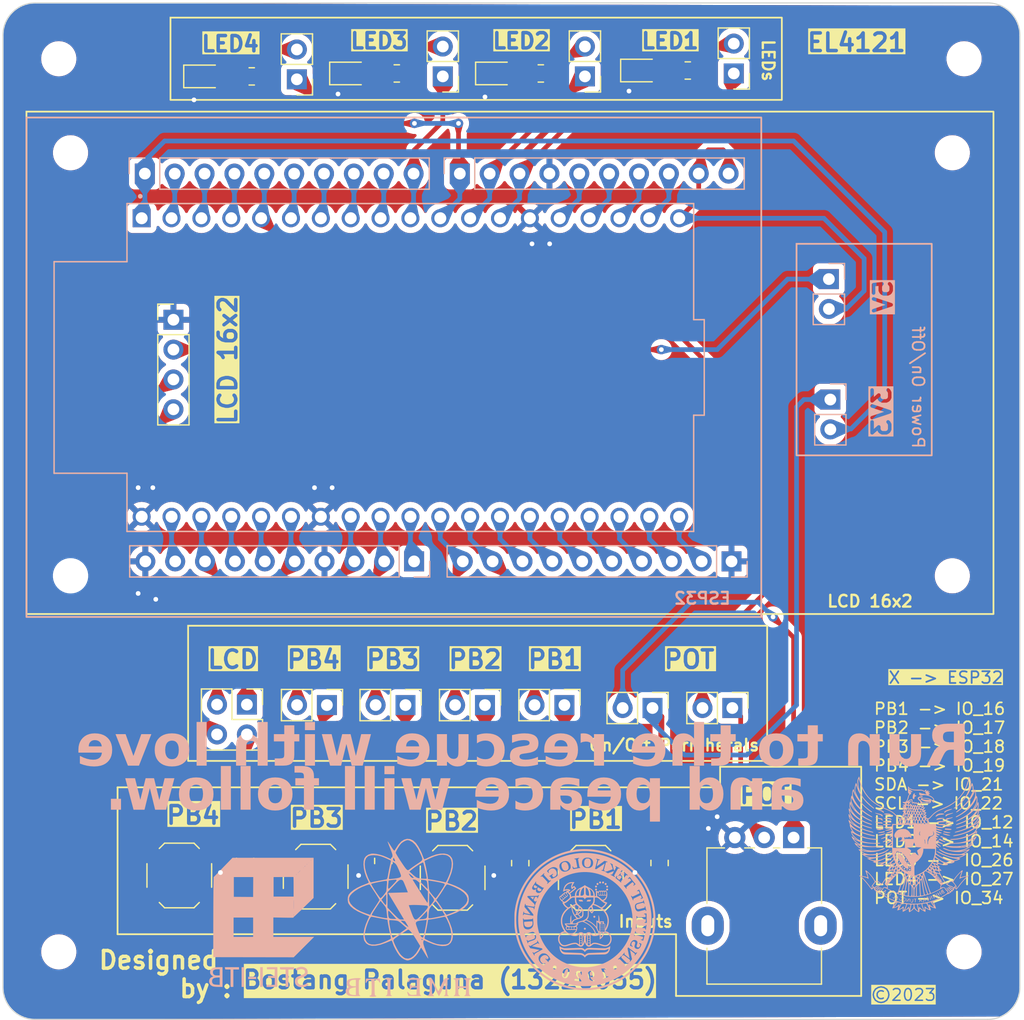
<source format=kicad_pcb>
(kicad_pcb (version 20221018) (generator pcbnew)
  (layers (0 "F.Cu" signal) (31 "B.Cu" signal) (34 "B.Paste" user) (35 "F.Paste" user) (36 "B.SilkS" user "B.Silkscreen") (37 "F.SilkS" user "F.Silkscreen") (38 "B.Mask" user) (39 "F.Mask" user) (44 "Edge.Cuts" user))
  (net 0 "")
  (net 1 "Net-(D1-A)")
  (net 2 "Net-(D2-A)")
  (net 3 "Net-(D3-A)")
  (net 4 "Net-(D4-A)")
  (net 5 "LED1")
  (net 6 "Net-(J1-Pin_2)")
  (net 7 "LED2")
  (net 8 "Net-(J2-Pin_2)")
  (net 9 "LED3")
  (net 10 "Net-(J3-Pin_2)")
  (net 11 "LED4")
  (net 12 "Net-(J4-Pin_2)")
  (net 13 "Net-(J5-Pin_1)")
  (net 14 "PB1")
  (net 15 "Net-(J6-Pin_1)")
  (net 16 "PB2")
  (net 17 "Net-(J7-Pin_1)")
  (net 18 "PB3")
  (net 19 "Net-(J8-Pin_1)")
  (net 20 "PB4")
  (net 21 "+3V3")
  (net 22 "Net-(J9-Pin_2)")
  (net 23 "Net-(J10-Pin_1)")
  (net 24 "POT")
  (net 25 "Net-(J11-Pin_2)")
  (net 26 "Net-(J11-Pin_3)")
  (net 27 "Net-(J11-Pin_4)")
  (net 28 "3V3_in")
  (net 29 "SDA")
  (net 30 "SCL")
  (net 31 "+5V")
  (net 32 "EN")
  (net 33 "SENSOR_VP")
  (net 34 "SENSOR_VN")
  (net 35 "IO35")
  (net 36 "IO32")
  (net 37 "IO33")
  (net 38 "IO25")
  (net 39 "IO13")
  (net 40 "SD2")
  (net 41 "SD3")
  (net 42 "CMD")
  (net 43 "IO5")
  (net 44 "RXD0")
  (net 45 "TXD0")
  (net 46 "IO23")
  (net 47 "CLK")
  (net 48 "SD0")
  (net 49 "SD1")
  (net 50 "IO15")
  (net 51 "IO2")
  (net 52 "IO0")
  (net 53 "IO4")
  (net 54 "GND")
  (footprint "Button_Switch_SMD:SW_SPST_TL3342" (layer "F.Cu") (at 164.6 99.6 180)
    (fp_text reference "SW3" hide)
    (fp_text value "SW_DIP_x01" hide)
  )
  (footprint "Resistor_SMD:R_0805_2012Metric" (layer "F.Cu") (at 158.6 98.2625 -90)
    (fp_text reference "R8" hide)
    (fp_text value "68k" hide)
  )
  (footprint "Connector_PinHeader_2.54mm:PinHeader_1x02_P2.54mm_Vertical" (layer "F.Cu") (at 163 31.75 180)
    (fp_text reference "J4" hide)
    (fp_text value "Conn_02x01" hide)
  )
  (footprint "Resistor_SMD:R_0805_2012Metric" (layer "F.Cu") (at 193.85 98.4375 -90)
    (fp_text reference "R5" hide)
    (fp_text value "68k" hide)
  )
  (footprint "Connector_PinHeader_2.54mm:PinHeader_1x02_P2.54mm_Vertical" (layer "F.Cu") (at 165.555 85 -90)
    (fp_text reference "J8" hide)
    (fp_text value "Conn_02x01" hide)
  )
  (footprint "Resistor_SMD:R_0805_2012Metric" (layer "F.Cu") (at 183.75 31.25 180)
    (fp_text reference "R2" hide)
    (fp_text value "160" hide)
  )
  (footprint "MountingHole:MountingHole_2.5mm" (layer "F.Cu") (at 219.75 30)
    (fp_text reference "H7" hide)
    (fp_text value "MountingHole" hide)
  )
  (footprint "Resistor_SMD:R_0805_2012Metric" (layer "F.Cu") (at 171.5 31.25)
    (fp_text reference "R3" hide)
    (fp_text value "160" hide)
  )
  (footprint "Connector_PinHeader_2.54mm:PinHeader_1x02_P2.54mm_Vertical" (layer "F.Cu") (at 172.24 85 -90)
    (fp_text reference "J7" hide)
    (fp_text value "Conn_02x01" hide)
  )
  (footprint "Connector_PinHeader_2.54mm:PinHeader_1x02_P2.54mm_Vertical" (layer "F.Cu") (at 200.04 85.25 -90)
    (fp_text reference "J10" hide)
    (fp_text value "Conn_02x01" hide)
  )
  (footprint "MountingHole:MountingHole_2.5mm" (layer "F.Cu") (at 219.75 106)
    (fp_text reference "H8" hide)
    (fp_text value "MountingHole" hide)
  )
  (footprint "Connector_PinHeader_2.54mm:PinHeader_2x02_P2.54mm_Vertical" (layer "F.Cu") (at 158.75 84.96 -90)
    (fp_text reference "J13" hide)
    (fp_text value "Conn_02x02_Odd_Even" hide)
  )
  (footprint "Potentiometer_THT:Potentiometer_Alpha_RD901F-40-00D_Single_Vertical" (layer "F.Cu") (at 205.25 96.275 -90)
    (fp_text reference "RV1" hide)
    (fp_text value "10K" hide)
  )
  (footprint "LED_SMD:LED_0805_2012Metric" (layer "F.Cu") (at 192.225 31)
    (fp_text reference "D4" hide)
    (fp_text value "LED" hide)
  )
  (footprint "Connector_PinHeader_2.54mm:PinHeader_1x02_P2.54mm_Vertical" (layer "F.Cu") (at 185.755 85 -90)
    (fp_text reference "J5" hide)
    (fp_text value "Conn_02x01" hide)
  )
  (footprint "LED_SMD:LED_0805_2012Metric" (layer "F.Cu") (at 167.475 31.25)
    (fp_text reference "D1" hide)
    (fp_text value "LED" hide)
  )
  (footprint "MountingHole:MountingHole_2.5mm" (layer "F.Cu") (at 143.75 74)
    (fp_text reference "H2" hide)
    (fp_text value "MountingHole" hide)
  )
  (footprint "MountingHole:MountingHole_2.5mm" (layer "F.Cu") (at 142.75 106)
    (fp_text reference "H6" hide)
    (fp_text value "MountingHole" hide)
  )
  (footprint "Resistor_SMD:R_0805_2012Metric" (layer "F.Cu") (at 159.1625 31.5)
    (fp_text reference "R4" hide)
    (fp_text value "160" hide)
  )
  (footprint "Connector_PinHeader_2.54mm:PinHeader_1x02_P2.54mm_Vertical" (layer "F.Cu") (at 179 85 -90)
    (fp_text reference "J6" hide)
    (fp_text value "Conn_02x01" hide)
  )
  (footprint "Connector_PinHeader_2.54mm:PinHeader_1x02_P2.54mm_Vertical" (layer "F.Cu") (at 200.1625 31.25 180)
    (fp_text reference "J1" hide)
    (fp_text value "Conn_02x01" hide)
  )
  (footprint "MountingHole:MountingHole_2.5mm" (layer "F.Cu") (at 142.75 30)
    (fp_text reference "H5" hide)
    (fp_text value "MountingHole" hide)
  )
  (footprint "Resistor_SMD:R_0805_2012Metric" (layer "F.Cu") (at 182 98.45 -90)
    (fp_text reference "R6" hide)
    (fp_text value "68k" hide)
  )
  (footprint "LED_SMD:LED_0805_2012Metric" (layer "F.Cu") (at 155.0625 31.5)
    (fp_text reference "D2" hide)
    (fp_text value "LED" hide)
  )
  (footprint "MountingHole:MountingHole_2.5mm" (layer "F.Cu") (at 218.75 74)
    (fp_text reference "H4" hide)
    (fp_text value "MountingHole" hide)
  )
  (footprint "Connector_PinHeader_2.54mm:PinHeader_1x02_P2.54mm_Vertical" (layer "F.Cu") (at 193.25 85.25 -90)
    (fp_text reference "J9" hide)
    (fp_text value "Conn_02x01" hide)
  )
  (footprint "Connector_PinHeader_2.54mm:PinHeader_1x04_P2.54mm_Vertical" (layer "F.Cu") (at 152.5 52.21)
    (fp_text reference "J11" hide)
    (fp_text value "LCD16x2 + I2C Interface" hide)
  )
  (footprint "Button_Switch_SMD:SW_SPST_TL3342" (layer "F.Cu") (at 153 99.5 180)
    (fp_text reference "SW4" hide)
    (fp_text value "SW_DIP_x01" hide)
  )
  (footprint "LED_SMD:LED_0805_2012Metric" (layer "F.Cu") (at 179.8875 31.25)
    (fp_text reference "D3" hide)
    (fp_text value "LED" hide)
  )
  (footprint "Resistor_SMD:R_0805_2012Metric" (layer "F.Cu") (at 170.35 98.2625 -90)
    (fp_text reference "R7" hide)
    (fp_text value "68k" hide)
  )
  (footprint "Resistor_SMD:R_0805_2012Metric" (layer "F.Cu") (at 196.25 31 180)
    (fp_text reference "R1" hide)
    (fp_text value "160" hide)
  )
  (footprint "MountingHole:MountingHole_2.5mm" (layer "F.Cu") (at 143.75 38)
    (fp_text reference "H1" hide)
    (fp_text value "MountingHole" hide)
  )
  (footprint "Connector_PinHeader_2.54mm:PinHeader_1x02_P2.54mm_Vertical" (layer "F.Cu") (at 175.4125 31.5 180)
    (fp_text reference "J3" hide)
    (fp_text value "Conn_02x01" hide)
  )
  (footprint "Button_Switch_SMD:SW_SPST_TL3342" (layer "F.Cu") (at 188 99.7 180)
    (fp_text reference "SW1" hide)
    (fp_text value "SW_DIP_x01" hide)
  )
  (footprint "Connector_PinHeader_2.54mm:PinHeader_1x02_P2.54mm_Vertical" (layer "F.Cu") (at 187.5 31.5 180)
    (fp_text reference "J2" hide)
    (fp_text value "Conn_02x01" hide)
  )
  (footprint "MountingHole:MountingHole_2.5mm" (layer "F.Cu") (at 218.75 38)
    (fp_text reference "H3" hide)
    (fp_text value "MountingHole" hide)
  )
  (footprint "Button_Switch_SMD:SW_SPST_TL3342" (layer "F.Cu") (at 176.25 99.7 180)
    (fp_text reference "SW2" hide)
    (fp_text value "SW_DIP_x01" hide)
  )
  (footprint "batik_img:HME_ITB_12mm" (layer "B.Cu") (at 172.5 103 180)
    (fp_text reference "G***" hide)
    (fp_text value "LOGO" hide)
  )
  (footprint "batik_img:garuda_pancasila" (layer "B.Cu") (at 215.5 97 180)
    (fp_text reference "G***" hide)
    (fp_text value "LOGO" hide)
  )
  (footprint "Connector_PinHeader_2.54mm:PinHeader_1x10_P2.54mm_Vertical" (layer "B.Cu") (at 172.97 72.7725 90)
    (fp_text reference "J17" hide)
    (fp_text value "Conn_01x10" hide)
  )
  (footprint "Connector_PinHeader_2.54mm:PinHeader_1x10_P2.54mm_Vertical" (layer "B.Cu") (at 199.97 72.7725 90)
    (fp_text reference "J18" hide)
    (fp_text value "Conn_01x10" hide)
  )
  (footprint "Connector_PinHeader_2.54mm:PinHeader_1x10_P2.54mm_Vertical" (layer "B.Cu") (at 176.86 39.7725 -90)
    (fp_text reference "J16" hide)
    (fp_text value "Conn_01x10" hide)
  )
  (footprint "Connector_PinHeader_2.54mm:PinHeader_1x02_P2.54mm_Vertical" (layer "B.Cu") (at 208.25 48.75 180)
    (fp_text reference "J14" hide)
    (fp_text value "Conn_02x01" hide)
  )
  (footprint "Connector_PinHeader_2.54mm:PinHeader_1x02_P2.54mm_Vertical" (layer "B.Cu") (at 208.375 59 180)
    (fp_text reference "J12" hide)
    (fp_text value "Conn_02x01" hide)
  )
  (footprint "batik_img:STEI_ITB" (layer "B.Cu") (at 160 103.5 180)
    (fp_text reference "G***" hide)
    (fp_text value "LOGO" hide)
  )
  (footprint "batik_img:logo_ITB" (layer "B.Cu") (at 187.5 103.25 180)
    (fp_text reference "G***" hide)
    (fp_text value "LOGO" hide)
  )
  (footprint "Connector_PinHeader_2.54mm:PinHeader_1x10_P2.54mm_Vertical" (layer "B.Cu") (at 150.07 39.7725 -90)
    (fp_text reference "J15" hide)
    (fp_text value "Conn_01x10" hide)
  )
  (footprint "ESP32_DEVKITC:MODULE_ESP32-DEVKITC" (layer "B.Cu") (at 172.65 56.2725 -90)
    (fp_text reference "U1" hide)
    (fp_text value "ESP32-DEVKITC")
  )
  (gr_rect (start 140 35) (end 202.5 77.5) (stroke (width 0.15)) (fill none) (layer "B.SilkS"))
  (gr_rect (start 205.5 45.75) (end 217 63.75) (stroke (width 0.15)) (fill none) (layer "B.SilkS"))
  (gr_rect (start 152.25 26.5) (end 204.25 33.5) (stroke (width 0.15)) (fill none) (layer "F.SilkS"))
  (gr_line (start 195.25 104.5) (end 195.25 109.75) (stroke (width 0.15)) (layer "F.SilkS"))
  (gr_line (start 147.75 92) (end 147.75 104.5) (stroke (width 0.15)) (layer "F.SilkS"))
  (gr_line (start 199 90.25) (end 199 92) (stroke (width 0.15)) (layer "F.SilkS"))
  (gr_line (start 211 109.75) (end 211 90.25) (stroke (width 0.15)) (layer "F.SilkS"))
  (gr_rect (start 140 34.5) (end 222.25 77.25) (stroke (width 0.15)) (fill none) (layer "F.SilkS"))
  (gr_line (start 199 92) (end 147.75 92) (stroke (width 0.15)) (layer "F.SilkS"))
  (gr_line (start 147.75 104.5) (end 195.25 104.5) (stroke (width 0.15)) (layer "F.SilkS"))
  (gr_rect (start 153.75 78.25) (end 203 89.75) (stroke (width 0.15)) (fill none) (layer "F.SilkS"))
  (gr_line (start 195.25 109.75) (end 211 109.75) (stroke (width 0.15)) (layer "F.SilkS"))
  (gr_line (start 211 90.25) (end 199 90.25) (stroke (width 0.15)) (layer "F.SilkS"))
  (gr_line (start 140.75 111.75) (end 221.75 111.75) (stroke (width 0.1)) (layer "Edge.Cuts"))
  (gr_line (start 224.5 28) (end 224.5 109) (stroke (width 0.1)) (layer "Edge.Cuts"))
  (gr_line (start 138 109) (end 138 28) (stroke (width 0.1)) (layer "Edge.Cuts"))
  (gr_arc (start 138 28) (mid 138.805456 26.055456) (end 140.75 25.25) (stroke (width 0.1)) (layer "Edge.Cuts"))
  (gr_arc (start 224.5 109) (mid 223.694544 110.944544) (end 221.75 111.75) (stroke (width 0.1)) (layer "Edge.Cuts"))
  (gr_arc (start 140.75 111.75) (mid 138.805456 110.944544) (end 138 109) (stroke (width 0.1)) (layer "Edge.Cuts"))
  (gr_arc (start 221.75 25.25) (mid 223.694544 26.055456) (end 224.5 28) (stroke (width 0.1)) (layer "Edge.Cuts"))
  (gr_line (start 140.75 25.25) (end 221.75 25.25) (stroke (width 0.1)) (layer "Edge.Cuts"))
  (gr_text "3V3" (at 213.625 57.775 90) (layer "B.SilkS" knockout) (effects (font (size 1.5 1.5) (thickness 0.3) bold) (justify left bottom mirror)))
  (gr_text "Run to the rescue with love" (at 220.25 90.75) (layer "B.SilkS") (effects (font (size 3.5 3.5) (thickness 0.8) bold) (justify left bottom mirror)))
  (gr_text " and peace will follow." (at 208 94.5) (layer "B.SilkS") (effects (font (size 3.5 3.5) (thickness 0.8) bold) (justify left bottom mirror)))
  (gr_text " 5V " (at 213.75 47.525 90) (layer "B.SilkS" knockout) (effects (font (size 1.5 1.5) (thickness 0.3) bold) (justify left bottom mirror)))
  (gr_text "ESP32" (at 200 76.5) (layer "B.SilkS") (effects (font (size 1 1) (thickness 0.2) bold) (justify left bottom mirror)))
  (gr_text "Power On/Off" (at 215.25 63.25 -90) (layer "B.SilkS") (effects (font (size 1 1)) (justify left bottom mirror)))
  (gr_text "PB3" (at 168.75 82) (layer "F.SilkS" knockout) (effects (font (size 1.5 1.5) (thickness 0.3) bold) (justify left bottom)))
  (gr_text "LED4" (at 154.75 29.5) (layer "F.SilkS" knockout) (effects (font (size 1.3 1.3) (thickness 0.3) bold) (justify left bottom)))
  (gr_text "Bostang Palaguna (13220055)" (at 158.25 109.25) (layer "F.SilkS" knockout) (effects (font (size 1.5 1.5) (thickness 0.3) bold) (justify left bottom)))
  (gr_text "LEDs" (at 202.5 28.25 270) (layer "F.SilkS") (effects (font (size 1 1) (thickness 0.2) bold) (justify left bottom)))
  (gr_text "LED1" (at 192.1625 29.25) (layer "F.SilkS" knockout) (effects (font (size 1.3 1.3) (thickness 0.3) bold) (justify left bottom)))
  (gr_text "PB2" (at 175.75 82) (layer "F.SilkS" knockout) (effects (font (size 1.5 1.5) (thickness 0.3) bold) (justify left bottom)))
  (gr_text "PB3" (at 162.25 95.5) (layer "F.SilkS" knockout) (effects (font (size 1.5 1.5) (thickness 0.3) bold) (justify left bottom)))
  (gr_text "Designed\n      by :" (at 146 110) (layer "F.SilkS") (effects (font (size 1.5 1.5) (thickness 0.3) bold) (justify left bottom)))
  (gr_text "©2023" (at 211.75 110.25) (layer "F.SilkS" knockout) (effects (font (size 1 1) (thickness 0.125)) (justify left bottom)))
  (gr_text "On/Off Peripherals" (at 187.75 89) (layer "F.SilkS") (effects (font (size 1 1) (thickness 0.2) bold) (justify left bottom)))
  (gr_text "PB4" (at 151.75 95.25) (layer "F.SilkS" knockout) (effects (font (size 1.5 1.5) (thickness 0.3) bold) (justify left bottom)))
  (gr_text "EL4121" (at 206.25 29.5) (layer "F.SilkS" knockout) (effects (font (size 1.5 1.5) (thickness 0.3) bold) (justify left bottom)))
  (gr_text "    POT    " (at 189.5 82) (layer "F.SilkS" knockout) (effects (font (size 1.5 1.5) (thickness 0.3) bold) (justify left bottom)))
  (gr_text "LCD 16x2" (at 158 61.26 90) (layer "F.SilkS" knockout) (effects (font (size 1.5 1.5) (thickness 0.3) bold) (justify left bottom)))
  (gr_text "LCD" (at 155.25 82) (layer "F.SilkS" knockout) (effects (font (size 1.5 1.5) (thickness 0.3) bold) (justify left bottom)))
  (gr_text "POT" (at 200.5 93.5) (layer "F.SilkS" knockout) (effects (font (size 1.5 1.5) (thickness 0.3) bold) (justify left bottom)))
  (gr_text "PB1 -> IO_16\nPB2 -> IO_17\nPB3 -> IO_18\nPB4 -> IO_19\nSDA -> IO_21\nSCL -> IO_22\nLED1 -> IO_12 \nLED2 -> IO_14\nLED3 -> IO_26\nLED4 -> IO_27\nPOT -> IO_34" (at 212 102) (layer "F.SilkS") (effects (font (size 1 1)) (justify left bottom)))
  (gr_text "PB4" (at 162 82) (layer "F.SilkS" knockout) (effects (font (size 1.5 1.5) (thickness 0.3) bold) (justify left bottom)))
  (gr_text "Inputs" (at 190.25 104) (layer "F.SilkS") (effects (font (size 1 1) (thickness 0.2) bold) (justify left bottom)))
  (gr_text "PB2" (at 173.75 95.75) (layer "F.SilkS" knockout) (effects (font (size 1.5 1.5) (thickness 0.3) bold) (justify left bottom)))
  (gr_text "LED3" (at 167.4125 29.25) (layer "F.SilkS" knockout) (effects (font (size 1.3 1.3) (thickness 0.3) bold) (justify left bottom)))
  (gr_text "PB1" (at 186 95.6) (layer "F.SilkS" knockout) (effects (font (size 1.5 1.5) (thickness 0.3) bold) (justify left bottom)))
  (gr_text "LCD 16x2" (at 208 76.75) (layer "F.SilkS") (effects (font (size 1 1) (thickness 0.2) bold) (justify left bottom)))
  (gr_text "LED2" (at 179.5 29.25) (layer "F.SilkS" knockout) (effects (font (size 1.3 1.3) (thickness 0.3) bold) (justify left bottom)))
  (gr_text "PB1" (at 182.5 82) (layer "F.SilkS" knockout) (effects (font (size 1.5 1.5) (thickness 0.3) bold) (justify left bottom)))
  (gr_text "X -> ESP32" (at 213.25 83.25) (layer "F.SilkS" knockout) (effects (font (size 1 1)) (justify left bottom)))
  (segment (start 171.5 33) (end 169.5 33) (width 0.4) (layer "F.Cu") (net 1))
  (segment (start 172.4125 31.25) (end 172.4125 32.0875) (width 0.4) (layer "F.Cu") (net 1))
  (segment (start 168.4125 31.9125) (end 168.4125 31.25) (width 0.4) (layer "F.Cu") (net 1))
  (segment (start 172.4125 32.0875) (end 171.5 33) (width 0.4) (layer "F.Cu") (net 1))
  (segment (start 169.5 33) (end 168.4125 31.9125) (width 0.4) (layer "F.Cu") (net 1))
  (segment (start 157 33.5) (end 156 32.5) (width 0.4) (layer "F.Cu") (net 2))
  (segment (start 160.075 31.5) (end 160.075 32.425) (width 0.4) (layer "F.Cu") (net 2))
  (segment (start 156 32.5) (end 156 31.5) (width 0.4) (layer "F.Cu") (net 2))
  (segment (start 160.075 32.425) (end 159 33.5) (width 0.4) (layer "F.Cu") (net 2))
  (segment (start 159 33.5) (end 157 33.5) (width 0.4) (layer "F.Cu") (net 2))
  (segment (start 180.825 31.25) (end 182.8375 31.25) (width 0.4) (layer "F.Cu") (net 3))
  (segment (start 193.1625 31) (end 195.3375 31) (width 0.4) (layer "F.Cu") (net 4))
  (segment (start 200.1625 32.3375) (end 197 35.5) (width 0.4) (layer "F.Cu") (net 5))
  (segment (start 186.2125 35.5) (end 181.94 39.7725) (width 0.4) (layer "F.Cu") (net 5))
  (segment (start 197 35.5) (end 186.2125 35.5) (width 0.4) (layer "F.Cu") (net 5))
  (segment (start 200.1625 31.25) (end 200.1625 32.3375) (width 0.4) (layer "F.Cu") (net 5))
  (segment (start 181.94 39.7725) (end 181.94 41.9125) (width 0.4) (layer "B.Cu") (net 5))
  (segment (start 181.94 41.9125) (end 180.28 43.5725) (width 0.4) (layer "B.Cu") (net 5))
  (segment (start 197.1625 30.0875) (end 198.25 29) (width 0.4) (layer "F.Cu") (net 6))
  (segment (start 199.8725 29) (end 200.1625 28.71) (width 0.4) (layer "F.Cu") (net 6))
  (segment (start 198.25 29) (end 199.8725 29) (width 0.4) (layer "F.Cu") (net 6))
  (segment (start 197.1625 31) (end 197.1625 30.0875) (width 0.4) (layer "F.Cu") (net 6))
  (segment (start 179.4 39.6) (end 179.4 39.7725) (width 0.4) (layer "F.Cu") (net 7))
  (segment (start 187.5 31.5) (end 179.4 39.6) (width 0.4) (layer "F.Cu") (net 7))
  (segment (start 179.4 39.7725) (end 179.4 41.9125) (width 0.4) (layer "B.Cu") (net 7))
  (segment (start 179.4 41.9125) (end 177.74 43.5725) (width 0.4) (layer "B.Cu") (net 7))
  (segment (start 186.9525 28.96) (end 187.5 28.96) (width 0.4) (layer "F.Cu") (net 8))
  (segment (start 184.6625 31.25) (end 186.9525 28.96) (width 0.4) (layer "F.Cu") (net 8))
  (segment (start 175.4125 35.3375) (end 173 37.75) (width 0.4) (layer "F.Cu") (net 9))
  (segment (start 173 37.75) (end 173 39.7025) (width 0.4) (layer "F.Cu") (net 9))
  (segment (start 173 39.7025) (end 172.93 39.7725) (width 0.4) (layer "F.Cu") (net 9))
  (segment (start 175.4125 31.5) (end 175.4125 35.3375) (width 0.4) (layer "F.Cu") (net 9))
  (segment (start 172.93 43.3025) (end 172.66 43.5725) (width 0.4) (layer "B.Cu") (net 9))
  (segment (start 172.93 39.7725) (end 172.93 43.3025) (width 0.4) (layer "B.Cu") (net 9))
  (segment (start 170.5 31.1625) (end 170.5875 31.25) (width 0.4) (layer "F.Cu") (net 10))
  (segment (start 171.29 28.96) (end 170.5 29.75) (width 0.4) (layer "F.Cu") (net 10))
  (segment (start 170.5 29.75) (end 170.5 31.1625) (width 0.4) (layer "F.Cu") (net 10))
  (segment (start 175.4125 28.96) (end 171.29 28.96) (width 0.4) (layer "F.Cu") (net 10))
  (segment (start 173 35.5) (end 166.75 35.5) (width 0.4) (layer "F.Cu") (net 11))
  (segment (start 166.75 35.5) (end 163 31.75) (width 0.4) (layer "F.Cu") (net 11))
  (segment (start 176.75 39.6625) (end 176.86 39.7725) (width 0.4) (layer "F.Cu") (net 11))
  (segment (start 176.75 35.5) (end 176.75 39.6625) (width 0.4) (layer "F.Cu") (net 11))
  (via (at 176.75 35.5) (size 0.8) (drill 0.4) (layers "F.Cu" "B.Cu") (net 11))
  (via (at 173 35.5) (size 0.8) (drill 0.4) (layers "F.Cu" "B.Cu") (net 11))
  (segment (start 173 35.5) (end 176.75 35.5) (width 0.4) (layer "B.Cu") (net 11))
  (segment (start 176.86 41.9125) (end 175.2 43.5725) (width 0.4) (layer "B.Cu") (net 11))
  (segment (start 176.86 39.7725) (end 176.86 41.9125) (width 0.4) (layer "B.Cu") (net 11))
  (segment (start 163 29.21) (end 159.29 29.21) (width 0.4) (layer "F.Cu") (net 12))
  (segment (start 158.25 30.25) (end 158.25 31.5) (width 0.4) (layer "F.Cu") (net 12))
  (segment (start 159.29 29.21) (end 158.25 30.25) (width 0.4) (layer "F.Cu") (net 12))
  (segment (start 185.755 86.995) (end 185.755 85) (width 0.4) (layer "F.Cu") (net 13))
  (segment (start 184.85 97.8) (end 191.15 97.8) (width 0.4) (layer "F.Cu") (net 13))
  (segment (start 191.15 97.8) (end 193.575 97.8) (width 0.4) (layer "F.Cu") (net 13))
  (segment (start 193.575 97.8) (end 193.85 97.525) (width 0.4) (layer "F.Cu") (net 13))
  (segment (start 184.85 87.9) (end 185.755 86.995) (width 0.4) (layer "F.Cu") (net 13))
  (segment (start 184.85 97.8) (end 184.85 87.9) (width 0.4) (layer "F.Cu") (net 13))
  (segment (start 183.215 85) (end 183.215 76.3375) (width 0.4) (layer "F.Cu") (net 14))
  (segment (start 183.215 76.3375) (end 179.65 72.7725) (width 0.4) (layer "F.Cu") (net 14))
  (segment (start 177.74 70.8625) (end 179.65 72.7725) (width 0.4) (layer "B.Cu") (net 14))
  (segment (start 177.74 68.9725) (end 177.74 70.8625) (width 0.4) (layer "B.Cu") (net 14))
  (segment (start 179 97.4) (end 179 85) (width 0.5) (layer "F.Cu") (net 15))
  (segment (start 173.1 97.8) (end 179.4 97.8) (width 0.4) (layer "F.Cu") (net 15))
  (segment (start 179.4 97.8) (end 179.6625 97.5375) (width 0.5) (layer "F.Cu") (net 15))
  (segment (start 179.6625 97.5375) (end 182 97.5375) (width 0.5) (layer "F.Cu") (net 15))
  (segment (start 179.4 97.8) (end 179 97.4) (width 0.5) (layer "F.Cu") (net 15))
  (segment (start 176.46 73.4225) (end 177.11 72.7725) (width 0.4) (layer "F.Cu") (net 16))
  (segment (start 176.46 85) (end 176.46 73.4225) (width 0.4) (layer "F.Cu") (net 16))
  (segment (start 175.2 70.8625) (end 177.11 72.7725) (width 0.4) (layer "B.Cu") (net 16))
  (segment (start 175.2 68.9725) (end 175.2 70.8625) (width 0.4) (layer "B.Cu") (net 16))
  (segment (start 167.75 97.7) (end 170 97.7) (width 0.4) (layer "F.Cu") (net 17))
  (segment (start 167.75 97.7) (end 167.75 91) (width 0.4) (layer "F.Cu") (net 17))
  (segment (start 161.45 97.7) (end 167.75 97.7) (width 0.4) (layer "F.Cu") (net 17))
  (segment (start 170 97.7) (end 170.35 97.35) (width 0.4) (layer "F.Cu") (net 17))
  (segment (start 167.75 91) (end 172.24 86.51) (width 0.4) (layer "F.Cu") (net 17))
  (segment (start 172.24 86.51) (end 172.24 85) (width 0.4) (layer "F.Cu") (net 17))
  (segment (start 169.7 73.5025) (end 170.43 72.7725) (width 0.4) (layer "F.Cu") (net 18))
  (segment (start 169.7 85) (end 169.7 73.5025) (width 0.4) (layer "F.Cu") (net 18))
  (segment (start 170.12 72.4625) (end 170.43 72.7725) (width 0.4) (layer "B.Cu") (net 18))
  (segment (start 170.12 68.9725) (end 170.12 72.4625) (width 0.4) (layer "B.Cu") (net 18))
  (segment (start 158.6 92.9) (end 165.555 85.945) (width 0.4) (layer "F.Cu") (net 19))
  (segment (start 158.35 97.6) (end 158.6 97.35) (width 0.4) (layer "F.Cu") (net 19))
  (segment (start 158.6 97.35) (end 158.6 92.9) (width 0.4) (layer "F.Cu") (net 19))
  (segment (start 165.555 85.945) (end 165.555 85) (width 0.4) (layer "F.Cu") (net 19))
  (segment (start 149.85 97.6) (end 156.15 97.6) (width 0.4) (layer "F.Cu") (net 19))
  (segment (start 156.15 97.6) (end 158.35 97.6) (width 0.4) (layer "F.Cu") (net 19))
  (segment (start 163.015 85) (end 163.015 77.6475) (width 0.4) (layer "F.Cu") (net 20))
  (segment (start 163.015 77.6475) (end 167.89 72.7725) (width 0.4) (layer "F.Cu") (net 20))
  (segment (start 167.58 68.9725) (end 167.58 72.4625) (width 0.4) (layer "B.Cu") (net 20))
  (segment (start 167.58 72.4625) (end 167.89 72.7725) (width 0.4) (layer "B.Cu") (net 20))
  (segment (start 161.45 101.5) (end 161.3 101.35) (width 0.5) (layer "F.Cu") (net 21))
  (segment (start 194 93.5) (end 194 86) (width 0.5) (layer "F.Cu") (net 21))
  (segment (start 196.5 100.25) (end 196.5 96) (width 0.5) (layer "F.Cu") (net 21))
  (segment (start 156.25 101.5) (end 156.15 101.4) (width 0.5) (layer "F.Cu") (net 21))
  (segment (start 191.3 101.45) (end 191.15 101.6) (width 0.5) (layer "F.Cu") (net 21))
  (segment (start 196.5 96) (end 194 93.5) (width 0.5) (layer "F.Cu") (net 21))
  (segment (start 167.85 101.6) (end 167.75 101.5) (width 0.5) (layer "F.Cu") (net 21))
  (segment (start 191.15 101.6) (end 195.15 101.6) (width 0.5) (layer "F.Cu") (net 21))
  (segment (start 184.85 101.6) (end 179.4 101.6) (width 0.5) (layer "F.Cu") (net 21))
  (segment (start 161.45 101.5) (end 156.25 101.5) (width 0.5) (layer "F.Cu") (net 21))
  (segment (start 194 86) (end 193.25 85.25) (width 0.5) (layer "F.Cu") (net 21))
  (segment (start 156.15 101.4) (end 149.85 101.4) (width 0.5) (layer "F.Cu") (net 21))
  (segment (start 167.75 101.5) (end 161.45 101.5) (width 0.5) (layer "F.Cu") (net 21))
  (segment (start 167.85 101.4) (end 167.75 101.5) (width 0.5) (layer "F.Cu") (net 21))
  (segment (start 179.4 101.6) (end 173.1 101.6) (width 0.5) (layer "F.Cu") (net 21))
  (segment (start 173.1 101.6) (end 167.85 101.6) (width 0.5) (layer "F.Cu") (net 21))
  (segment (start 191.15 101.6) (end 184.85 101.6) (width 0.5) (layer "F.Cu") (net 21))
  (segment (start 195.15 101.6) (end 196.5 100.25) (width 0.5) (layer "F.Cu") (net 21))
  (segment (start 206.125 59) (end 208.375 59) (width 0.4) (layer "B.Cu") (net 21))
  (segment (start 196 89.25) (end 201.25 89.25) (width 0.4) (layer "B.Cu") (net 21))
  (segment (start 193.25 86.5) (end 196 89.25) (width 0.4) (layer "B.Cu") (net 21))
  (segment (start 205.5 85) (end 205.5 59.625) (width 0.4) (layer "B.Cu") (net 21))
  (segment (start 205.5 59.625) (end 206.125 59) (width 0.4) (layer "B.Cu") (net 21))
  (segment (start 193.25 85.25) (end 193.25 86.5) (width 0.4) (layer "B.Cu") (net 21))
  (segment (start 201.25 89.25) (end 205.5 85) (width 0.4) (layer "B.Cu") (net 21))
  (segment (start 205.25 96.275) (end 205.25 79.25) (width 0.4) (layer "F.Cu") (net 22))
  (segment (start 205.25 79.25) (end 203.5 77.5) (width 0.4) (layer "F.Cu") (net 22))
  (via (at 203.5 77.5) (size 0.8) (drill 0.4) (layers "F.Cu" "B.Cu") (net 22))
  (segment (start 190.71 82.04) (end 190.71 85.25) (width 0.4) (layer "B.Cu") (net 22))
  (segment (start 203.5 77.5) (end 202.25 76.25) (width 0.4) (layer "B.Cu") (net 22))
  (segment (start 196.5 76.25) (end 190.71 82.04) (width 0.4) (layer "B.Cu") (net 22))
  (segment (start 202.25 76.25) (end 196.5 76.25) (width 0.4) (layer "B.Cu") (net 22))
  (segment (start 200.75 85.96) (end 200.04 85.25) (width 0.4) (layer "F.Cu") (net 23))
  (segment (start 200.75 94.275) (end 200.75 85.96) (width 0.4) (layer "F.Cu") (net 23))
  (segment (start 202.75 96.275) (end 200.75 94.275) (width 0.4) (layer "F.Cu") (net 23))
  (segment (start 197.5 80.75) (end 203.25 75) (width 0.4) (layer "F.Cu") (net 24))
  (segment (start 163.1375 46.75) (end 159.96 43.5725) (width 0.4) (layer "F.Cu") (net 24))
  (segment (start 203.25 75) (end 203.25 61.25) (width 0.4) (layer "F.Cu") (net 24))
  (segment (start 203.25 61.25) (end 188.75 46.75) (width 0.4) (layer "F.Cu") (net 24))
  (segment (start 188.75 46.75) (end 163.1375 46.75) (width 0.4) (layer "F.Cu") (net 24))
  (segment (start 197.5 85.25) (end 197.5 80.75) (width 0.4) (layer "F.Cu") (net 24))
  (segment (start 160.23 39.7725) (end 160.23 43.3025) (width 0.4) (layer "B.Cu") (net 24))
  (segment (start 160.23 43.3025) (end 159.96 43.5725) (width 0.4) (layer "B.Cu") (net 24))
  (segment (start 194 54.75) (end 152.5 54.75) (width 0.4) (layer "F.Cu") (net 25))
  (via (at 194 54.75) (size 0.8) (drill 0.4) (layers "F.Cu" "B.Cu") (net 25))
  (segment (start 204.75 48.75) (end 208.25 48.75) (width 0.4) (layer "B.Cu") (net 25))
  (segment (start 194 54.75) (end 198.75 54.75) (width 0.4) (layer "B.Cu") (net 25))
  (segment (start 198.75 54.75) (end 204.75 48.75) (width 0.4) (layer "B.Cu") (net 25))
  (segment (start 152.75 90) (end 151.75 89) (width 0.4) (layer "F.Cu") (net 26))
  (segment (start 151.75 89) (end 151.75 82.25) (width 0.4) (layer "F.Cu") (net 26))
  (segment (start 151.75 82.25) (end 147 77.5) (width 0.4) (layer "F.Cu") (net 26))
  (segment (start 146.5 65.5) (end 146.5 63) (width 0.4) (layer "F.Cu") (net 26))
  (segment (start 140 76) (end 140 72) (width 0.4) (layer "F.Cu") (net 26))
  (segment (start 152.21 57.29) (end 152.5 57.29) (width 0.4) (layer "F.Cu") (net 26))
  (segment (start 141.5 77.5) (end 140 76) (width 0.4) (layer "F.Cu") (net 26))
  (segment (start 146.5 63) (end 152.21 57.29) (width 0.4) (layer "F.Cu") (net 26))
  (segment (start 158.75 87.5) (end 158.75 89.25) (width 0.4) (layer "F.Cu") (net 26))
  (segment (start 140 72) (end 146.5 65.5) (width 0.4) (layer "F.Cu") (net 26))
  (segment (start 147 77.5) (end 141.5 77.5) (width 0.4) (layer "F.Cu") (net 26))
  (segment (start 158 90) (end 152.75 90) (width 0.4) (layer "F.Cu") (net 26))
  (segment (start 158.75 89.25) (end 158 90) (width 0.4) (layer "F.Cu") (net 26))
  (segment (start 147.5 64.83) (end 147.5 76) (width 0.4) (layer "F.Cu") (net 27))
  (segment (start 152.5 59.83) (end 147.5 64.83) (width 0.4) (layer "F.Cu") (net 27))
  (segment (start 153.25 81.75) (end 153.25 84.54) (width 0.4) (layer "F.Cu") (net 27))
  (segment (start 147.5 76) (end 153.25 81.75) (width 0.4) (layer "F.Cu") (net 27))
  (segment (start 153.25 84.54) (end 156.21 87.5) (width 0.4) (layer "F.Cu") (net 27))
  (segment (start 208.415 61.5) (end 208.375 61.54) (width 0.4) (layer "B.Cu") (net 28))
  (segment (start 150.07 39.7725) (end 150.07 43.3025) (width 0.4) (layer "B.Cu") (net 28))
  (segment (start 150.07 43.3025) (end 149.8 43.5725) (width 0.4) (layer "B.Cu") (net 28))
  (segment (start 151.75 37) (end 205.25 37) (width 0.4) (layer "B.Cu") (net 28))
  (segment (start 150.07 38.68) (end 151.75 37) (width 0.4) (layer "B.Cu") (net 28))
  (segment (start 205.25 37) (end 213 44.75) (width 0.4) (layer "B.Cu") (net 28))
  (segment (start 213 58.625) (end 210.125 61.5) (width 0.4) (layer "B.Cu") (net 28))
  (segment (start 213 44.75) (end 213 58.625) (width 0.4) (layer "B.Cu") (net 28))
  (segment (start 150.07 39.7725) (end 150.07 38.68) (width 0.4) (layer "B.Cu") (net 28))
  (segment (start 210.125 61.5) (end 208.415 61.5) (width 0.4) (layer "B.Cu") (net 28))
  (segment (start 158.75 76.8325) (end 162.81 72.7725) (width 0.4) (layer "F.Cu") (net 29))
  (segment (start 158.75 84.96) (end 158.75 76.8325) (width 0.4) (layer "F.Cu") (net 29))
  (segment (start 162.5 72.4625) (end 162.81 72.7725) (width 0.4) (layer "B.Cu") (net 29))
  (segment (start 162.5 68.9725) (end 162.5 72.4625) (width 0.4) (layer "B.Cu") (net 29))
  (segment (start 156.21 84.96) (end 156.21 73.7925) (width 0.4) (layer "F.Cu") (net 30))
  (segment (start 156.21 73.7925) (end 155.19 72.7725) (width 0.4) (layer "F.Cu") (net 30))
  (segment (start 154.88 68.9725) (end 154.88 72.4625) (width 0.4) (layer "B.Cu") (net 30))
  (segment (start 154.88 72.4625) (end 155.19 72.7725) (width 0.4) (layer "B.Cu") (net 30))
  (segment (start 197.18 41.9125) (end 195.52 43.5725) (width 0.4) (layer "F.Cu") (net 31))
  (segment (start 198 37.75) (end 199.25 37.75) (width 0.4) (layer "F.Cu") (net 31))
  (segment (start 197.18 39.7725) (end 197.18 41.9125) (width 0.4) (layer "F.Cu") (net 31))
  (segment (start 197.18 38.57) (end 198 37.75) (width 0.4) (layer "F.Cu") (net 31))
  (segment (start 199.75 38.25) (end 199.75 39.7425) (width 0.4) (layer "F.Cu") (net 31))
  (segment (start 197.18 39.7725) (end 197.18 38.57) (width 0.4) (layer "F.Cu") (net 31))
  (segment (start 199.25 37.75) (end 199.75 38.25) (width 0.4) (layer "F.Cu") (net 31))
  (segment (start 199.75 39.7425) (end 199.72 39.7725) (width 0.4) (layer "F.Cu") (net 31))
  (segment (start 211.25 49.75) (end 209.71 51.29) (width 0.4) (layer "B.Cu") (net 31))
  (segment (start 211.25 47) (end 211.25 49.75) (width 0.4) (layer "B.Cu") (net 31))
  (segment (start 195.52 43.5725) (end 207.8225 43.5725) (width 0.4) (layer "B.Cu") (net 31))
  (segment (start 209.71 51.29) (end 208.25 51.29) (width 0.4) (layer "B.Cu") (net 31))
  (segment (start 207.8225 43.5725) (end 211.25 47) (width 0.4) (layer "B.Cu") (net 31))
  (segment (start 152.61 39.7725) (end 152.61 43.3025) (width 0.4) (layer "B.Cu") (net 32))
  (segment (start 152.61 43.3025) (end 152.34 43.5725) (width 0.4) (layer "B.Cu") (net 32))
  (segment (start 155.15 39.7725) (end 155.15 43.3025) (width 0.4) (layer "B.Cu") (net 33))
  (segment (start 155.15 43.3025) (end 154.88 43.5725) (width 0.4) (layer "B.Cu") (net 33))
  (segment (start 157.69 39.7725) (end 157.69 43.3025) (width 0.4) (layer "B.Cu") (net 34))
  (segment (start 157.69 43.3025) (end 157.42 43.5725) (width 0.4) (layer "B.Cu") (net 34))
  (segment (start 162.77 39.7725) (end 162.77 43.3025) (width 0.4) (layer "B.Cu") (net 35))
  (segment (start 162.77 43.3025) (end 162.5 43.5725) (width 0.4) (layer "B.Cu") (net 35))
  (segment (start 165.31 43.3025) (end 165.04 43.5725) (width 0.4) (layer "B.Cu") (net 36))
  (segment (start 165.31 39.7725) (end 165.31 43.3025) (width 0.4) (layer "B.Cu") (net 36))
  (segment (start 167.85 39.7725) (end 167.85 43.3025) (width 0.4) (layer "B.Cu") (net 37))
  (segment (start 167.85 43.3025) (end 167.58 43.5725) (width 0.4) (layer "B.Cu") (net 37))
  (segment (start 170.39 39.7725) (end 170.39 43.3025) (width 0.4) (layer "B.Cu") (net 38))
  (segment (start 170.39 43.3025) (end 170.12 43.5725) (width 0.4) (layer "B.Cu") (net 38))
  (segment (start 187.02 39.7725) (end 187.02 41.9125) (width 0.4) (layer "B.Cu") (net 39))
  (segment (start 187.02 41.9125) (end 185.36 43.5725) (width 0.4) (layer "B.Cu") (net 39))
  (segment (start 189.56 39.7725) (end 189.56 41.9125) (width 0.4) (layer "B.Cu") (net 40))
  (segment (start 189.56 41.9125) (end 187.9 43.5725) (width 0.4) (layer "B.Cu") (net 40))
  (segment (start 192.1 39.7725) (end 192.1 41.9125) (width 0.4) (layer "B.Cu") (net 41))
  (segment (start 192.1 41.9125) (end 190.44 43.5725) (width 0.4) (layer "B.Cu") (net 41))
  (segment (start 194.64 39.7725) (end 194.64 41.9125) (width 0.4) (layer "B.Cu") (net 42))
  (segment (start 194.64 41.9125) (end 192.98 43.5725) (width 0.4) (layer "B.Cu") (net 42))
  (segment (start 172.66 72.4625) (end 172.97 72.7725) (width 0.4) (layer "B.Cu") (net 43))
  (segment (start 172.66 68.9725) (end 172.66 72.4625) (width 0.4) (layer "B.Cu") (net 43))
  (segment (start 159.96 72.4625) (end 160.27 72.7725) (width 0.4) (layer "B.Cu") (net 44))
  (segment (start 159.96 68.9725) (end 159.96 72.4625) (width 0.4) (layer "B.Cu") (net 44))
  (segment (start 157.42 72.4625) (end 157.73 72.7725) (width 0.4) (layer "B.Cu") (net 45))
  (segment (start 157.42 68.9725) (end 157.42 72.4625) (width 0.4) (layer "B.Cu") (net 45))
  (segment (start 152.34 72.4625) (end 152.65 72.7725) (width 0.4) (layer "B.Cu") (net 46))
  (segment (start 152.34 68.9725) (end 152.34 72.4625) (width 0.4) (layer "B.Cu") (net 46))
  (segment (start 195.52 68.9725) (end 195.52 70.8625) (width 0.4) (layer "B.Cu") (net 47))
  (segment (start 195.52 70.8625) (end 197.43 72.7725) (width 0.4) (layer "B.Cu") (net 47))
  (segment (start 192.98 68.9725) (end 192.98 70.8625) (width 0.4) (layer "B.Cu") (net 48))
  (segment (start 192.98 70.8625) (end 194.89 72.7725) (width 0.4) (layer "B.Cu") (net 48))
  (segment (start 190.44 70.8625) (end 192.35 72.7725) (width 0.4) (layer "B.Cu") (net 49))
  (segment (start 190.44 68.9725) (end 190.44 70.8625) (width 0.4) (layer "B.Cu") (net 49))
  (segment (start 187.9 68.9725) (end 187.9 70.8625) (width 0.4) (layer "B.Cu") (net 50))
  (segment (start 187.9 70.8625) (end 189.81 72.7725) (width 0.4) (layer "B.Cu") (net 50))
  (segment (start 185.36 70.8625) (end 187.27 72.7725) (width 0.4) (layer "B.Cu") (net 51))
  (segment (start 185.36 68.9725) (end 185.36 70.8625) (width 0.4) (layer "B.Cu") (net 51))
  (segment (start 182.82 70.8625) (end 184.73 72.7725) (width 0.4) (layer "B.Cu") (net 52))
  (segment (start 182.82 68.9725) (end 182.82 70.8625) (width 0.4) (layer "B.Cu") (net 52))
  (segment (start 180.28 68.9725) (end 180.28 70.8625) (width 0.4) (layer "B.Cu") (net 53))
  (segment (start 180.28 70.8625) (end 182.19 72.7725) (width 0.4) (layer "B.Cu") (net 53))
  (via (at 150.75 66.5) (size 0.8) (drill 0.4) (layers "F.Cu" "B.Cu") (net 54))
  (via (at 164.5 66.5) (size 0.8) (drill 0.4) (layers "F.Cu" "B.Cu") (net 54))
  (via (at 154.25 33.5) (size 0.8) (drill 0.4) (layers "F.Cu" "B.Cu") (net 54))
  (via (at 166.5 33) (size 0.8) (drill 0.4) (layers "F.Cu" "B.Cu") (net 54))
  (via (at 168.25 99.5) (size 0.8) (drill 0.4) (layers "F.Cu" "B.Cu") (net 54))
  (via (at 149.5 75.5) (size 0.8) (drill 0.4) (layers "F.Cu" "B.Cu") (net 54))
  (via (at 179.75 99.5) (size 0.8) (drill 0.4) (layers "F.Cu" "B.Cu") (net 54))
  (via (at 156.5 99.25) (size 0.8) (drill 0.4) (layers "F.Cu" "B.Cu") (net 54))
  (via (at 198 95.5) (size 0.8) (drill 0.4) (layers "F.Cu" "B.Cu") (net 54))
  (via (at 198.75 94.5) (size 0.8) (drill 0.4) (layers "F.Cu" "B.Cu") (net 54))
  (via (at 191.25 32.75) (size 0.8) (drill 0.4) (layers "F.Cu" "B.Cu") (net 54))
  (via (at 191.75 99.25) (size 0.8) (drill 0.4) (layers "F.Cu" "B.Cu") (net 54))
  (via (at 179 33.25) (size 0.8) (drill 0.4) (layers "F.Cu" "B.Cu") (net 54))
  (via (at 183 45.75) (size 0.8) (drill 0.4) (layers "F.Cu" "B.Cu") (net 54))
  (via (at 151 76) (size 0.8) (drill 0.4) (layers "F.Cu" "B.Cu") (net 54))
  (via (at 184.5 45.75) (size 0.8) (drill 0.4) (layers "F.Cu" "B.Cu") (net 54))
  (via (at 149.5 66.5) (size 0.8) (drill 0.4) (layers "F.Cu" "B.Cu") (net 54))
  (via (at 166 66.5) (size 0.8) (drill 0.4) (layers "F.Cu" "B.Cu") (net 54))
  (zone (net 54) (net_name "GND") (layers "F&B.Cu") (connect_pads (clearance 0.5)) (min_thickness 0.25) (fill yes (thermal_gap 0.5) (thermal_bridge_width 0.5))
    (polygon (pts (xy 138.25 25.25) (xy 224.75 25.5) (xy 224.5 111.5) (xy 137.75 111.75) (xy 138 25) (xy 138 25.25)))
  )
)
</source>
